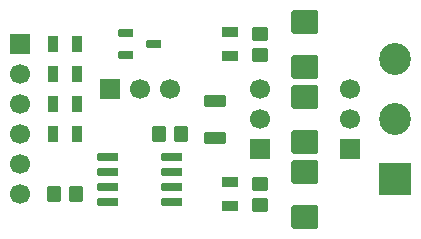
<source format=gbr>
%TF.GenerationSoftware,Altium Limited,Altium Designer,21.3.0 (21)*%
G04 Layer_Color=255*
%FSLAX45Y45*%
%MOMM*%
%TF.SameCoordinates,FC24DA46-C209-461C-A341-196A143AB96F*%
%TF.FilePolarity,Positive*%
%TF.FileFunction,Pads,Top*%
%TF.Part,Single*%
G01*
G75*
%TA.AperFunction,SMDPad,CuDef*%
G04:AMPARAMS|DCode=10|XSize=1.27mm|YSize=0.6mm|CornerRadius=0.06mm|HoleSize=0mm|Usage=FLASHONLY|Rotation=0.000|XOffset=0mm|YOffset=0mm|HoleType=Round|Shape=RoundedRectangle|*
%AMROUNDEDRECTD10*
21,1,1.27000,0.48000,0,0,0.0*
21,1,1.15000,0.60000,0,0,0.0*
1,1,0.12000,0.57500,-0.24000*
1,1,0.12000,-0.57500,-0.24000*
1,1,0.12000,-0.57500,0.24000*
1,1,0.12000,0.57500,0.24000*
%
%ADD10ROUNDEDRECTD10*%
G04:AMPARAMS|DCode=11|XSize=0.6mm|YSize=1.778mm|CornerRadius=0.06mm|HoleSize=0mm|Usage=FLASHONLY|Rotation=90.000|XOffset=0mm|YOffset=0mm|HoleType=Round|Shape=RoundedRectangle|*
%AMROUNDEDRECTD11*
21,1,0.60000,1.65800,0,0,90.0*
21,1,0.48000,1.77800,0,0,90.0*
1,1,0.12000,0.82900,0.24000*
1,1,0.12000,0.82900,-0.24000*
1,1,0.12000,-0.82900,-0.24000*
1,1,0.12000,-0.82900,0.24000*
%
%ADD11ROUNDEDRECTD11*%
G04:AMPARAMS|DCode=12|XSize=2.286mm|YSize=2.032mm|CornerRadius=0.2032mm|HoleSize=0mm|Usage=FLASHONLY|Rotation=0.000|XOffset=0mm|YOffset=0mm|HoleType=Round|Shape=RoundedRectangle|*
%AMROUNDEDRECTD12*
21,1,2.28600,1.62560,0,0,0.0*
21,1,1.87960,2.03200,0,0,0.0*
1,1,0.40640,0.93980,-0.81280*
1,1,0.40640,-0.93980,-0.81280*
1,1,0.40640,-0.93980,0.81280*
1,1,0.40640,0.93980,0.81280*
%
%ADD12ROUNDEDRECTD12*%
G04:AMPARAMS|DCode=13|XSize=1.8mm|YSize=1.1mm|CornerRadius=0.11mm|HoleSize=0mm|Usage=FLASHONLY|Rotation=0.000|XOffset=0mm|YOffset=0mm|HoleType=Round|Shape=RoundedRectangle|*
%AMROUNDEDRECTD13*
21,1,1.80000,0.88000,0,0,0.0*
21,1,1.58000,1.10000,0,0,0.0*
1,1,0.22000,0.79000,-0.44000*
1,1,0.22000,-0.79000,-0.44000*
1,1,0.22000,-0.79000,0.44000*
1,1,0.22000,0.79000,0.44000*
%
%ADD13ROUNDEDRECTD13*%
G04:AMPARAMS|DCode=14|XSize=1.4mm|YSize=0.8mm|CornerRadius=0.08mm|HoleSize=0mm|Usage=FLASHONLY|Rotation=90.000|XOffset=0mm|YOffset=0mm|HoleType=Round|Shape=RoundedRectangle|*
%AMROUNDEDRECTD14*
21,1,1.40000,0.64000,0,0,90.0*
21,1,1.24000,0.80000,0,0,90.0*
1,1,0.16000,0.32000,0.62000*
1,1,0.16000,0.32000,-0.62000*
1,1,0.16000,-0.32000,-0.62000*
1,1,0.16000,-0.32000,0.62000*
%
%ADD14ROUNDEDRECTD14*%
G04:AMPARAMS|DCode=15|XSize=1.4mm|YSize=1.2mm|CornerRadius=0.12mm|HoleSize=0mm|Usage=FLASHONLY|Rotation=0.000|XOffset=0mm|YOffset=0mm|HoleType=Round|Shape=RoundedRectangle|*
%AMROUNDEDRECTD15*
21,1,1.40000,0.96000,0,0,0.0*
21,1,1.16000,1.20000,0,0,0.0*
1,1,0.24000,0.58000,-0.48000*
1,1,0.24000,-0.58000,-0.48000*
1,1,0.24000,-0.58000,0.48000*
1,1,0.24000,0.58000,0.48000*
%
%ADD15ROUNDEDRECTD15*%
G04:AMPARAMS|DCode=16|XSize=1.4mm|YSize=1.2mm|CornerRadius=0.12mm|HoleSize=0mm|Usage=FLASHONLY|Rotation=270.000|XOffset=0mm|YOffset=0mm|HoleType=Round|Shape=RoundedRectangle|*
%AMROUNDEDRECTD16*
21,1,1.40000,0.96000,0,0,270.0*
21,1,1.16000,1.20000,0,0,270.0*
1,1,0.24000,-0.48000,-0.58000*
1,1,0.24000,-0.48000,0.58000*
1,1,0.24000,0.48000,0.58000*
1,1,0.24000,0.48000,-0.58000*
%
%ADD16ROUNDEDRECTD16*%
G04:AMPARAMS|DCode=17|XSize=1.4mm|YSize=0.8mm|CornerRadius=0.08mm|HoleSize=0mm|Usage=FLASHONLY|Rotation=0.000|XOffset=0mm|YOffset=0mm|HoleType=Round|Shape=RoundedRectangle|*
%AMROUNDEDRECTD17*
21,1,1.40000,0.64000,0,0,0.0*
21,1,1.24000,0.80000,0,0,0.0*
1,1,0.16000,0.62000,-0.32000*
1,1,0.16000,-0.62000,-0.32000*
1,1,0.16000,-0.62000,0.32000*
1,1,0.16000,0.62000,0.32000*
%
%ADD17ROUNDEDRECTD17*%
%TA.AperFunction,ComponentPad*%
%ADD21C,1.70000*%
%ADD22R,1.70000X1.70000*%
%ADD23R,2.70000X2.70000*%
%ADD24C,2.70000*%
%ADD25R,1.70000X1.70000*%
D10*
X23761000Y20542000D02*
D03*
Y20352000D02*
D03*
X23991000Y20447000D02*
D03*
D11*
X23603500Y19494501D02*
D03*
Y19367500D02*
D03*
Y19240500D02*
D03*
Y19113499D02*
D03*
X24148500Y19494501D02*
D03*
Y19367500D02*
D03*
Y19240500D02*
D03*
Y19113499D02*
D03*
D12*
X25273000Y19367500D02*
D03*
Y18986501D02*
D03*
Y20637500D02*
D03*
Y20256500D02*
D03*
Y19621500D02*
D03*
Y20002499D02*
D03*
D13*
X24511000Y19967000D02*
D03*
Y19657001D02*
D03*
D14*
X23141000Y20192999D02*
D03*
X23341000D02*
D03*
Y20447000D02*
D03*
X23141000D02*
D03*
X23341000Y19939000D02*
D03*
X23141000D02*
D03*
X23341000Y19685001D02*
D03*
X23141000D02*
D03*
D15*
X24892000Y19087000D02*
D03*
Y19267000D02*
D03*
Y20357001D02*
D03*
Y20537000D02*
D03*
D16*
X23150999Y19177000D02*
D03*
X23331000D02*
D03*
X24220000Y19685001D02*
D03*
X24039999D02*
D03*
D17*
X24638000Y20547000D02*
D03*
Y20347000D02*
D03*
Y19277000D02*
D03*
Y19077000D02*
D03*
D21*
X22860001Y19177000D02*
D03*
Y19431000D02*
D03*
Y19685001D02*
D03*
Y19939000D02*
D03*
Y20192999D02*
D03*
X25654001Y20066000D02*
D03*
Y19812000D02*
D03*
X24130000Y20066000D02*
D03*
X23875999D02*
D03*
X24892000Y19812000D02*
D03*
Y20066000D02*
D03*
D22*
X22860001Y20447000D02*
D03*
X23622000Y20066000D02*
D03*
D23*
X26035001Y19303999D02*
D03*
D24*
Y19812000D02*
D03*
Y20320000D02*
D03*
D25*
X25654001Y19558000D02*
D03*
X24892000D02*
D03*
%TF.MD5,5ab5bdde381b8c78e17102924eb7d146*%
M02*

</source>
